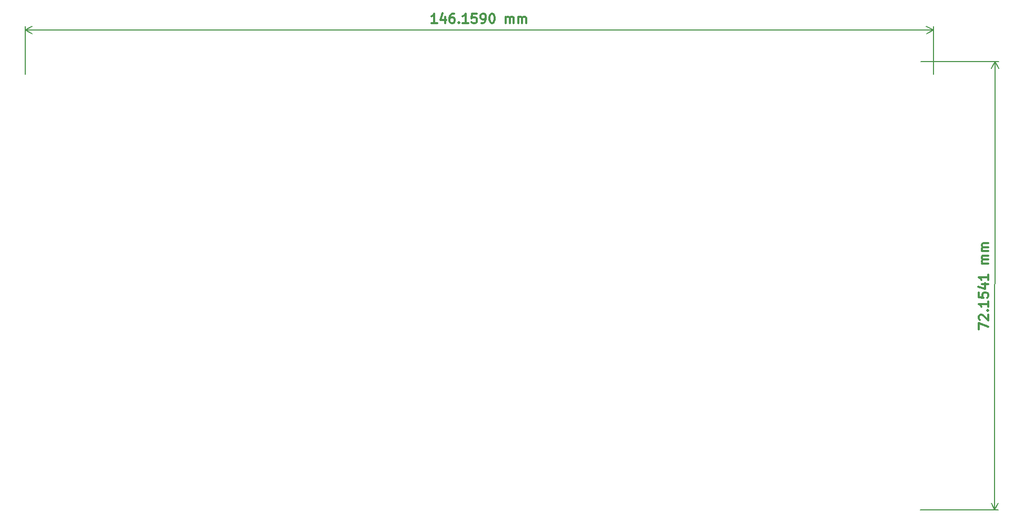
<source format=gbr>
%TF.GenerationSoftware,KiCad,Pcbnew,7.0.1-0*%
%TF.CreationDate,2024-01-23T12:35:28+01:00*%
%TF.ProjectId,BLDC ESC,424c4443-2045-4534-932e-6b696361645f,0.2*%
%TF.SameCoordinates,Original*%
%TF.FileFunction,Paste,Top*%
%TF.FilePolarity,Positive*%
%FSLAX46Y46*%
G04 Gerber Fmt 4.6, Leading zero omitted, Abs format (unit mm)*
G04 Created by KiCad (PCBNEW 7.0.1-0) date 2024-01-23 12:35:28*
%MOMM*%
%LPD*%
G01*
G04 APERTURE LIST*
%ADD10C,0.300000*%
%ADD11C,0.200000*%
G04 APERTURE END LIST*
D10*
X150207934Y-46636614D02*
X149350792Y-46636720D01*
X149779363Y-46636667D02*
X149779178Y-45136667D01*
X149779178Y-45136667D02*
X149636347Y-45350970D01*
X149636347Y-45350970D02*
X149493508Y-45493845D01*
X149493508Y-45493845D02*
X149350659Y-45565291D01*
X151493525Y-45636455D02*
X151493648Y-46636455D01*
X151136311Y-45065071D02*
X150779301Y-46136544D01*
X150779301Y-46136544D02*
X151707872Y-46136429D01*
X152922034Y-45136279D02*
X152636320Y-45136314D01*
X152636320Y-45136314D02*
X152493471Y-45207760D01*
X152493471Y-45207760D02*
X152422052Y-45279198D01*
X152422052Y-45279198D02*
X152279221Y-45493501D01*
X152279221Y-45493501D02*
X152207828Y-45779224D01*
X152207828Y-45779224D02*
X152207898Y-46350653D01*
X152207898Y-46350653D02*
X152279344Y-46493501D01*
X152279344Y-46493501D02*
X152350782Y-46564921D01*
X152350782Y-46564921D02*
X152493648Y-46636332D01*
X152493648Y-46636332D02*
X152779362Y-46636297D01*
X152779362Y-46636297D02*
X152922210Y-46564850D01*
X152922210Y-46564850D02*
X152993630Y-46493413D01*
X152993630Y-46493413D02*
X153065041Y-46350547D01*
X153065041Y-46350547D02*
X153064997Y-45993404D01*
X153064997Y-45993404D02*
X152993551Y-45850556D01*
X152993551Y-45850556D02*
X152922113Y-45779136D01*
X152922113Y-45779136D02*
X152779247Y-45707725D01*
X152779247Y-45707725D02*
X152493533Y-45707760D01*
X152493533Y-45707760D02*
X152350685Y-45779207D01*
X152350685Y-45779207D02*
X152279265Y-45850644D01*
X152279265Y-45850644D02*
X152207854Y-45993510D01*
X153707915Y-46493325D02*
X153779353Y-46564744D01*
X153779353Y-46564744D02*
X153707933Y-46636182D01*
X153707933Y-46636182D02*
X153636496Y-46564762D01*
X153636496Y-46564762D02*
X153707915Y-46493325D01*
X153707915Y-46493325D02*
X153707933Y-46636182D01*
X155207933Y-46635997D02*
X154350791Y-46636102D01*
X154779362Y-46636050D02*
X154779177Y-45136050D01*
X154779177Y-45136050D02*
X154636346Y-45350353D01*
X154636346Y-45350353D02*
X154493507Y-45493228D01*
X154493507Y-45493228D02*
X154350658Y-45564674D01*
X156564891Y-45135829D02*
X155850605Y-45135917D01*
X155850605Y-45135917D02*
X155779264Y-45850212D01*
X155779264Y-45850212D02*
X155850684Y-45778774D01*
X155850684Y-45778774D02*
X155993533Y-45707328D01*
X155993533Y-45707328D02*
X156350675Y-45707284D01*
X156350675Y-45707284D02*
X156493541Y-45778695D01*
X156493541Y-45778695D02*
X156564979Y-45850115D01*
X156564979Y-45850115D02*
X156636425Y-45992963D01*
X156636425Y-45992963D02*
X156636469Y-46350106D01*
X156636469Y-46350106D02*
X156565058Y-46492972D01*
X156565058Y-46492972D02*
X156493638Y-46564409D01*
X156493638Y-46564409D02*
X156350790Y-46635855D01*
X156350790Y-46635855D02*
X155993647Y-46635900D01*
X155993647Y-46635900D02*
X155850781Y-46564489D01*
X155850781Y-46564489D02*
X155779344Y-46493069D01*
X157350790Y-46635732D02*
X157636504Y-46635697D01*
X157636504Y-46635697D02*
X157779352Y-46564250D01*
X157779352Y-46564250D02*
X157850772Y-46492813D01*
X157850772Y-46492813D02*
X157993603Y-46278510D01*
X157993603Y-46278510D02*
X158064996Y-45992787D01*
X158064996Y-45992787D02*
X158064925Y-45421358D01*
X158064925Y-45421358D02*
X157993479Y-45278510D01*
X157993479Y-45278510D02*
X157922042Y-45207090D01*
X157922042Y-45207090D02*
X157779176Y-45135679D01*
X157779176Y-45135679D02*
X157493462Y-45135714D01*
X157493462Y-45135714D02*
X157350613Y-45207161D01*
X157350613Y-45207161D02*
X157279193Y-45278598D01*
X157279193Y-45278598D02*
X157207783Y-45421464D01*
X157207783Y-45421464D02*
X157207827Y-45778607D01*
X157207827Y-45778607D02*
X157279273Y-45921455D01*
X157279273Y-45921455D02*
X157350710Y-45992875D01*
X157350710Y-45992875D02*
X157493576Y-46064286D01*
X157493576Y-46064286D02*
X157779290Y-46064250D01*
X157779290Y-46064250D02*
X157922139Y-45992804D01*
X157922139Y-45992804D02*
X157993559Y-45921367D01*
X157993559Y-45921367D02*
X158064969Y-45778501D01*
X158993461Y-45135529D02*
X159136318Y-45135511D01*
X159136318Y-45135511D02*
X159279184Y-45206922D01*
X159279184Y-45206922D02*
X159350622Y-45278342D01*
X159350622Y-45278342D02*
X159422068Y-45421190D01*
X159422068Y-45421190D02*
X159493532Y-45706896D01*
X159493532Y-45706896D02*
X159493576Y-46064039D01*
X159493576Y-46064039D02*
X159422182Y-46349762D01*
X159422182Y-46349762D02*
X159350772Y-46492628D01*
X159350772Y-46492628D02*
X159279352Y-46564065D01*
X159279352Y-46564065D02*
X159136503Y-46635511D01*
X159136503Y-46635511D02*
X158993646Y-46635529D01*
X158993646Y-46635529D02*
X158850780Y-46564118D01*
X158850780Y-46564118D02*
X158779343Y-46492698D01*
X158779343Y-46492698D02*
X158707897Y-46349850D01*
X158707897Y-46349850D02*
X158636433Y-46064145D01*
X158636433Y-46064145D02*
X158636389Y-45707002D01*
X158636389Y-45707002D02*
X158707782Y-45421279D01*
X158707782Y-45421279D02*
X158779193Y-45278413D01*
X158779193Y-45278413D02*
X158850613Y-45206975D01*
X158850613Y-45206975D02*
X158993461Y-45135529D01*
X161279360Y-46635247D02*
X161279237Y-45635247D01*
X161279254Y-45778104D02*
X161350674Y-45706666D01*
X161350674Y-45706666D02*
X161493522Y-45635220D01*
X161493522Y-45635220D02*
X161707808Y-45635194D01*
X161707808Y-45635194D02*
X161850674Y-45706605D01*
X161850674Y-45706605D02*
X161922120Y-45849453D01*
X161922120Y-45849453D02*
X161922217Y-46635167D01*
X161922120Y-45849453D02*
X161993531Y-45706587D01*
X161993531Y-45706587D02*
X162136379Y-45635141D01*
X162136379Y-45635141D02*
X162350665Y-45635114D01*
X162350665Y-45635114D02*
X162493531Y-45706525D01*
X162493531Y-45706525D02*
X162564977Y-45849374D01*
X162564977Y-45849374D02*
X162565074Y-46635088D01*
X163279360Y-46635000D02*
X163279237Y-45635000D01*
X163279254Y-45777857D02*
X163350674Y-45706419D01*
X163350674Y-45706419D02*
X163493522Y-45634973D01*
X163493522Y-45634973D02*
X163707808Y-45634947D01*
X163707808Y-45634947D02*
X163850674Y-45706358D01*
X163850674Y-45706358D02*
X163922120Y-45849206D01*
X163922120Y-45849206D02*
X163922217Y-46634920D01*
X163922120Y-45849206D02*
X163993531Y-45706340D01*
X163993531Y-45706340D02*
X164136379Y-45634894D01*
X164136379Y-45634894D02*
X164350665Y-45634867D01*
X164350665Y-45634867D02*
X164493531Y-45706278D01*
X164493531Y-45706278D02*
X164564977Y-45849127D01*
X164564977Y-45849127D02*
X164565074Y-46634841D01*
D11*
X83915188Y-54872000D02*
X83914236Y-47164454D01*
X230074137Y-54853949D02*
X230073185Y-47146403D01*
X83914309Y-47750874D02*
X230073258Y-47732823D01*
X83914309Y-47750874D02*
X230073258Y-47732823D01*
X83914309Y-47750874D02*
X85040740Y-47164314D01*
X83914309Y-47750874D02*
X85040885Y-48337156D01*
X230073258Y-47732823D02*
X228946827Y-48319383D01*
X230073258Y-47732823D02*
X228946682Y-47146541D01*
D10*
X237374267Y-95901563D02*
X237375336Y-94901563D01*
X237375336Y-94901563D02*
X238874648Y-95546024D01*
X237518728Y-94401717D02*
X237447376Y-94330212D01*
X237447376Y-94330212D02*
X237376100Y-94187279D01*
X237376100Y-94187279D02*
X237376482Y-93830136D01*
X237376482Y-93830136D02*
X237448063Y-93687355D01*
X237448063Y-93687355D02*
X237519568Y-93616003D01*
X237519568Y-93616003D02*
X237662501Y-93544727D01*
X237662501Y-93544727D02*
X237805358Y-93544880D01*
X237805358Y-93544880D02*
X238019568Y-93616538D01*
X238019568Y-93616538D02*
X238875793Y-94474597D01*
X238875793Y-94474597D02*
X238876786Y-93546026D01*
X238734617Y-92903017D02*
X238806122Y-92831664D01*
X238806122Y-92831664D02*
X238877474Y-92903169D01*
X238877474Y-92903169D02*
X238805969Y-92974521D01*
X238805969Y-92974521D02*
X238734617Y-92903017D01*
X238734617Y-92903017D02*
X238877474Y-92903169D01*
X238879078Y-91403170D02*
X238878161Y-92260312D01*
X238878619Y-91831741D02*
X237378620Y-91830137D01*
X237378620Y-91830137D02*
X237592753Y-91973223D01*
X237592753Y-91973223D02*
X237735457Y-92116233D01*
X237735457Y-92116233D02*
X237806733Y-92259167D01*
X237380530Y-90044424D02*
X237379766Y-90758710D01*
X237379766Y-90758710D02*
X238093975Y-90830902D01*
X238093975Y-90830902D02*
X238022623Y-90759397D01*
X238022623Y-90759397D02*
X237951347Y-90616464D01*
X237951347Y-90616464D02*
X237951729Y-90259321D01*
X237951729Y-90259321D02*
X238023310Y-90116540D01*
X238023310Y-90116540D02*
X238094815Y-90045188D01*
X238094815Y-90045188D02*
X238237748Y-89973912D01*
X238237748Y-89973912D02*
X238594891Y-89974294D01*
X238594891Y-89974294D02*
X238737672Y-90045876D01*
X238737672Y-90045876D02*
X238809024Y-90117380D01*
X238809024Y-90117380D02*
X238880300Y-90260314D01*
X238880300Y-90260314D02*
X238879918Y-90617456D01*
X238879918Y-90617456D02*
X238808336Y-90760237D01*
X238808336Y-90760237D02*
X238736832Y-90831589D01*
X237881980Y-88687817D02*
X238881980Y-88688887D01*
X237310170Y-89044349D02*
X238381216Y-89402637D01*
X238381216Y-89402637D02*
X238382209Y-88474066D01*
X238883660Y-87117459D02*
X238882744Y-87974602D01*
X238883202Y-87546031D02*
X237383203Y-87544427D01*
X237383203Y-87544427D02*
X237597335Y-87687513D01*
X237597335Y-87687513D02*
X237740040Y-87830523D01*
X237740040Y-87830523D02*
X237811316Y-87973456D01*
X238885569Y-85331747D02*
X237885570Y-85330677D01*
X238028427Y-85330830D02*
X237957075Y-85259325D01*
X237957075Y-85259325D02*
X237885799Y-85116392D01*
X237885799Y-85116392D02*
X237886028Y-84902106D01*
X237886028Y-84902106D02*
X237957609Y-84759326D01*
X237957609Y-84759326D02*
X238100543Y-84688050D01*
X238100543Y-84688050D02*
X238886257Y-84688890D01*
X238100543Y-84688050D02*
X237957762Y-84616468D01*
X237957762Y-84616468D02*
X237886486Y-84473535D01*
X237886486Y-84473535D02*
X237886716Y-84259249D01*
X237886716Y-84259249D02*
X237958297Y-84116469D01*
X237958297Y-84116469D02*
X238101230Y-84045193D01*
X238101230Y-84045193D02*
X238886944Y-84046033D01*
X238887708Y-83331748D02*
X237887708Y-83330679D01*
X238030565Y-83330831D02*
X237959213Y-83259326D01*
X237959213Y-83259326D02*
X237887938Y-83116393D01*
X237887938Y-83116393D02*
X237888167Y-82902107D01*
X237888167Y-82902107D02*
X237959748Y-82759327D01*
X237959748Y-82759327D02*
X238102681Y-82688051D01*
X238102681Y-82688051D02*
X238888395Y-82688891D01*
X238102681Y-82688051D02*
X237959901Y-82616470D01*
X237959901Y-82616470D02*
X237888625Y-82473536D01*
X237888625Y-82473536D02*
X237888854Y-82259251D01*
X237888854Y-82259251D02*
X237960435Y-82116470D01*
X237960435Y-82116470D02*
X238103369Y-82045194D01*
X238103369Y-82045194D02*
X238889083Y-82046034D01*
D11*
X228034199Y-52814484D02*
X240612817Y-52827934D01*
X227957049Y-124968584D02*
X240535667Y-124982034D01*
X240026397Y-52827306D02*
X239949247Y-124981406D01*
X240026397Y-52827306D02*
X239949247Y-124981406D01*
X240026397Y-52827306D02*
X240611613Y-53954436D01*
X240026397Y-52827306D02*
X239438772Y-53953182D01*
X239949247Y-124981406D02*
X239364031Y-123854276D01*
X239949247Y-124981406D02*
X240536872Y-123855530D01*
M02*

</source>
